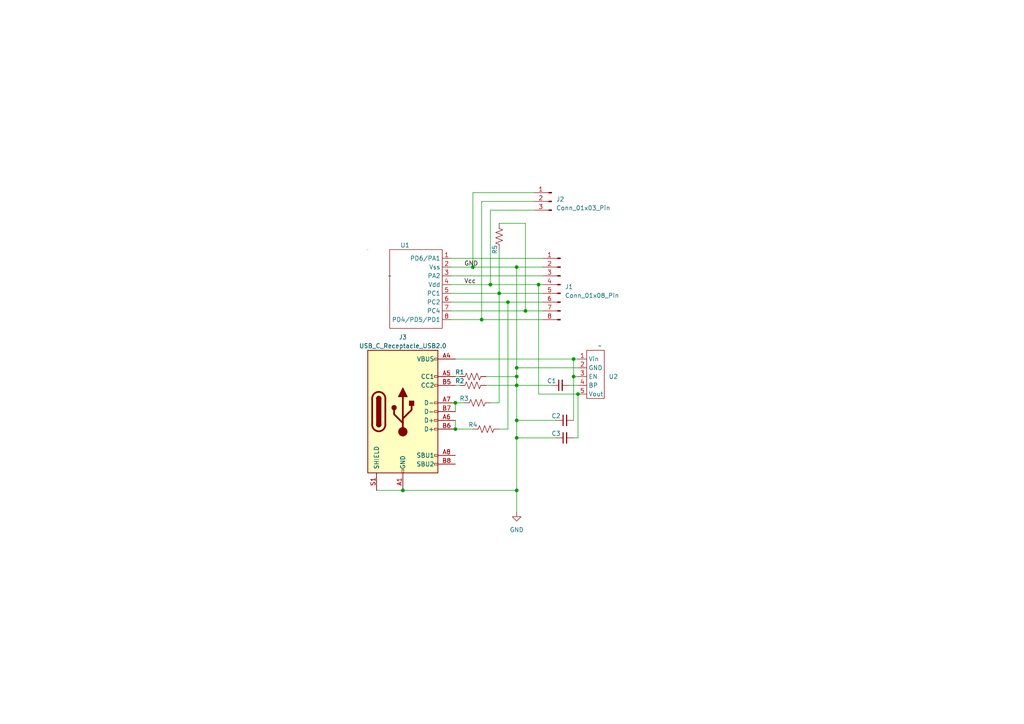
<source format=kicad_sch>
(kicad_sch
	(version 20231120)
	(generator "eeschema")
	(generator_version "8.0")
	(uuid "d897cf79-e29c-466d-a693-8e177c455c31")
	(paper "A4")
	(lib_symbols
		(symbol "Connector:Conn_01x03_Pin"
			(pin_names
				(offset 1.016) hide)
			(exclude_from_sim no)
			(in_bom yes)
			(on_board yes)
			(property "Reference" "J"
				(at 0 5.08 0)
				(effects
					(font
						(size 1.27 1.27)
					)
				)
			)
			(property "Value" "Conn_01x03_Pin"
				(at 0 -5.08 0)
				(effects
					(font
						(size 1.27 1.27)
					)
				)
			)
			(property "Footprint" ""
				(at 0 0 0)
				(effects
					(font
						(size 1.27 1.27)
					)
					(hide yes)
				)
			)
			(property "Datasheet" "~"
				(at 0 0 0)
				(effects
					(font
						(size 1.27 1.27)
					)
					(hide yes)
				)
			)
			(property "Description" "Generic connector, single row, 01x03, script generated"
				(at 0 0 0)
				(effects
					(font
						(size 1.27 1.27)
					)
					(hide yes)
				)
			)
			(property "ki_locked" ""
				(at 0 0 0)
				(effects
					(font
						(size 1.27 1.27)
					)
				)
			)
			(property "ki_keywords" "connector"
				(at 0 0 0)
				(effects
					(font
						(size 1.27 1.27)
					)
					(hide yes)
				)
			)
			(property "ki_fp_filters" "Connector*:*_1x??_*"
				(at 0 0 0)
				(effects
					(font
						(size 1.27 1.27)
					)
					(hide yes)
				)
			)
			(symbol "Conn_01x03_Pin_1_1"
				(polyline
					(pts
						(xy 1.27 -2.54) (xy 0.8636 -2.54)
					)
					(stroke
						(width 0.1524)
						(type default)
					)
					(fill
						(type none)
					)
				)
				(polyline
					(pts
						(xy 1.27 0) (xy 0.8636 0)
					)
					(stroke
						(width 0.1524)
						(type default)
					)
					(fill
						(type none)
					)
				)
				(polyline
					(pts
						(xy 1.27 2.54) (xy 0.8636 2.54)
					)
					(stroke
						(width 0.1524)
						(type default)
					)
					(fill
						(type none)
					)
				)
				(rectangle
					(start 0.8636 -2.413)
					(end 0 -2.667)
					(stroke
						(width 0.1524)
						(type default)
					)
					(fill
						(type outline)
					)
				)
				(rectangle
					(start 0.8636 0.127)
					(end 0 -0.127)
					(stroke
						(width 0.1524)
						(type default)
					)
					(fill
						(type outline)
					)
				)
				(rectangle
					(start 0.8636 2.667)
					(end 0 2.413)
					(stroke
						(width 0.1524)
						(type default)
					)
					(fill
						(type outline)
					)
				)
				(pin passive line
					(at 5.08 2.54 180)
					(length 3.81)
					(name "Pin_1"
						(effects
							(font
								(size 1.27 1.27)
							)
						)
					)
					(number "1"
						(effects
							(font
								(size 1.27 1.27)
							)
						)
					)
				)
				(pin passive line
					(at 5.08 0 180)
					(length 3.81)
					(name "Pin_2"
						(effects
							(font
								(size 1.27 1.27)
							)
						)
					)
					(number "2"
						(effects
							(font
								(size 1.27 1.27)
							)
						)
					)
				)
				(pin passive line
					(at 5.08 -2.54 180)
					(length 3.81)
					(name "Pin_3"
						(effects
							(font
								(size 1.27 1.27)
							)
						)
					)
					(number "3"
						(effects
							(font
								(size 1.27 1.27)
							)
						)
					)
				)
			)
		)
		(symbol "Connector:Conn_01x08_Pin"
			(pin_names
				(offset 1.016) hide)
			(exclude_from_sim no)
			(in_bom yes)
			(on_board yes)
			(property "Reference" "J"
				(at 0 10.16 0)
				(effects
					(font
						(size 1.27 1.27)
					)
				)
			)
			(property "Value" "Conn_01x08_Pin"
				(at 0 -12.7 0)
				(effects
					(font
						(size 1.27 1.27)
					)
				)
			)
			(property "Footprint" ""
				(at 0 0 0)
				(effects
					(font
						(size 1.27 1.27)
					)
					(hide yes)
				)
			)
			(property "Datasheet" "~"
				(at 0 0 0)
				(effects
					(font
						(size 1.27 1.27)
					)
					(hide yes)
				)
			)
			(property "Description" "Generic connector, single row, 01x08, script generated"
				(at 0 0 0)
				(effects
					(font
						(size 1.27 1.27)
					)
					(hide yes)
				)
			)
			(property "ki_locked" ""
				(at 0 0 0)
				(effects
					(font
						(size 1.27 1.27)
					)
				)
			)
			(property "ki_keywords" "connector"
				(at 0 0 0)
				(effects
					(font
						(size 1.27 1.27)
					)
					(hide yes)
				)
			)
			(property "ki_fp_filters" "Connector*:*_1x??_*"
				(at 0 0 0)
				(effects
					(font
						(size 1.27 1.27)
					)
					(hide yes)
				)
			)
			(symbol "Conn_01x08_Pin_1_1"
				(polyline
					(pts
						(xy 1.27 -10.16) (xy 0.8636 -10.16)
					)
					(stroke
						(width 0.1524)
						(type default)
					)
					(fill
						(type none)
					)
				)
				(polyline
					(pts
						(xy 1.27 -7.62) (xy 0.8636 -7.62)
					)
					(stroke
						(width 0.1524)
						(type default)
					)
					(fill
						(type none)
					)
				)
				(polyline
					(pts
						(xy 1.27 -5.08) (xy 0.8636 -5.08)
					)
					(stroke
						(width 0.1524)
						(type default)
					)
					(fill
						(type none)
					)
				)
				(polyline
					(pts
						(xy 1.27 -2.54) (xy 0.8636 -2.54)
					)
					(stroke
						(width 0.1524)
						(type default)
					)
					(fill
						(type none)
					)
				)
				(polyline
					(pts
						(xy 1.27 0) (xy 0.8636 0)
					)
					(stroke
						(width 0.1524)
						(type default)
					)
					(fill
						(type none)
					)
				)
				(polyline
					(pts
						(xy 1.27 2.54) (xy 0.8636 2.54)
					)
					(stroke
						(width 0.1524)
						(type default)
					)
					(fill
						(type none)
					)
				)
				(polyline
					(pts
						(xy 1.27 5.08) (xy 0.8636 5.08)
					)
					(stroke
						(width 0.1524)
						(type default)
					)
					(fill
						(type none)
					)
				)
				(polyline
					(pts
						(xy 1.27 7.62) (xy 0.8636 7.62)
					)
					(stroke
						(width 0.1524)
						(type default)
					)
					(fill
						(type none)
					)
				)
				(rectangle
					(start 0.8636 -10.033)
					(end 0 -10.287)
					(stroke
						(width 0.1524)
						(type default)
					)
					(fill
						(type outline)
					)
				)
				(rectangle
					(start 0.8636 -7.493)
					(end 0 -7.747)
					(stroke
						(width 0.1524)
						(type default)
					)
					(fill
						(type outline)
					)
				)
				(rectangle
					(start 0.8636 -4.953)
					(end 0 -5.207)
					(stroke
						(width 0.1524)
						(type default)
					)
					(fill
						(type outline)
					)
				)
				(rectangle
					(start 0.8636 -2.413)
					(end 0 -2.667)
					(stroke
						(width 0.1524)
						(type default)
					)
					(fill
						(type outline)
					)
				)
				(rectangle
					(start 0.8636 0.127)
					(end 0 -0.127)
					(stroke
						(width 0.1524)
						(type default)
					)
					(fill
						(type outline)
					)
				)
				(rectangle
					(start 0.8636 2.667)
					(end 0 2.413)
					(stroke
						(width 0.1524)
						(type default)
					)
					(fill
						(type outline)
					)
				)
				(rectangle
					(start 0.8636 5.207)
					(end 0 4.953)
					(stroke
						(width 0.1524)
						(type default)
					)
					(fill
						(type outline)
					)
				)
				(rectangle
					(start 0.8636 7.747)
					(end 0 7.493)
					(stroke
						(width 0.1524)
						(type default)
					)
					(fill
						(type outline)
					)
				)
				(pin passive line
					(at 5.08 7.62 180)
					(length 3.81)
					(name "Pin_1"
						(effects
							(font
								(size 1.27 1.27)
							)
						)
					)
					(number "1"
						(effects
							(font
								(size 1.27 1.27)
							)
						)
					)
				)
				(pin passive line
					(at 5.08 5.08 180)
					(length 3.81)
					(name "Pin_2"
						(effects
							(font
								(size 1.27 1.27)
							)
						)
					)
					(number "2"
						(effects
							(font
								(size 1.27 1.27)
							)
						)
					)
				)
				(pin passive line
					(at 5.08 2.54 180)
					(length 3.81)
					(name "Pin_3"
						(effects
							(font
								(size 1.27 1.27)
							)
						)
					)
					(number "3"
						(effects
							(font
								(size 1.27 1.27)
							)
						)
					)
				)
				(pin passive line
					(at 5.08 0 180)
					(length 3.81)
					(name "Pin_4"
						(effects
							(font
								(size 1.27 1.27)
							)
						)
					)
					(number "4"
						(effects
							(font
								(size 1.27 1.27)
							)
						)
					)
				)
				(pin passive line
					(at 5.08 -2.54 180)
					(length 3.81)
					(name "Pin_5"
						(effects
							(font
								(size 1.27 1.27)
							)
						)
					)
					(number "5"
						(effects
							(font
								(size 1.27 1.27)
							)
						)
					)
				)
				(pin passive line
					(at 5.08 -5.08 180)
					(length 3.81)
					(name "Pin_6"
						(effects
							(font
								(size 1.27 1.27)
							)
						)
					)
					(number "6"
						(effects
							(font
								(size 1.27 1.27)
							)
						)
					)
				)
				(pin passive line
					(at 5.08 -7.62 180)
					(length 3.81)
					(name "Pin_7"
						(effects
							(font
								(size 1.27 1.27)
							)
						)
					)
					(number "7"
						(effects
							(font
								(size 1.27 1.27)
							)
						)
					)
				)
				(pin passive line
					(at 5.08 -10.16 180)
					(length 3.81)
					(name "Pin_8"
						(effects
							(font
								(size 1.27 1.27)
							)
						)
					)
					(number "8"
						(effects
							(font
								(size 1.27 1.27)
							)
						)
					)
				)
			)
		)
		(symbol "Connector:USB_C_Receptacle_USB2.0"
			(pin_names
				(offset 1.016)
			)
			(exclude_from_sim no)
			(in_bom yes)
			(on_board yes)
			(property "Reference" "J"
				(at -10.16 19.05 0)
				(effects
					(font
						(size 1.27 1.27)
					)
					(justify left)
				)
			)
			(property "Value" "USB_C_Receptacle_USB2.0"
				(at 19.05 19.05 0)
				(effects
					(font
						(size 1.27 1.27)
					)
					(justify right)
				)
			)
			(property "Footprint" ""
				(at 3.81 0 0)
				(effects
					(font
						(size 1.27 1.27)
					)
					(hide yes)
				)
			)
			(property "Datasheet" "https://www.usb.org/sites/default/files/documents/usb_type-c.zip"
				(at 3.81 0 0)
				(effects
					(font
						(size 1.27 1.27)
					)
					(hide yes)
				)
			)
			(property "Description" "USB 2.0-only Type-C Receptacle connector"
				(at 0 0 0)
				(effects
					(font
						(size 1.27 1.27)
					)
					(hide yes)
				)
			)
			(property "ki_keywords" "usb universal serial bus type-C USB2.0"
				(at 0 0 0)
				(effects
					(font
						(size 1.27 1.27)
					)
					(hide yes)
				)
			)
			(property "ki_fp_filters" "USB*C*Receptacle*"
				(at 0 0 0)
				(effects
					(font
						(size 1.27 1.27)
					)
					(hide yes)
				)
			)
			(symbol "USB_C_Receptacle_USB2.0_0_0"
				(rectangle
					(start -0.254 -17.78)
					(end 0.254 -16.764)
					(stroke
						(width 0)
						(type default)
					)
					(fill
						(type none)
					)
				)
				(rectangle
					(start 10.16 -14.986)
					(end 9.144 -15.494)
					(stroke
						(width 0)
						(type default)
					)
					(fill
						(type none)
					)
				)
				(rectangle
					(start 10.16 -12.446)
					(end 9.144 -12.954)
					(stroke
						(width 0)
						(type default)
					)
					(fill
						(type none)
					)
				)
				(rectangle
					(start 10.16 -4.826)
					(end 9.144 -5.334)
					(stroke
						(width 0)
						(type default)
					)
					(fill
						(type none)
					)
				)
				(rectangle
					(start 10.16 -2.286)
					(end 9.144 -2.794)
					(stroke
						(width 0)
						(type default)
					)
					(fill
						(type none)
					)
				)
				(rectangle
					(start 10.16 0.254)
					(end 9.144 -0.254)
					(stroke
						(width 0)
						(type default)
					)
					(fill
						(type none)
					)
				)
				(rectangle
					(start 10.16 2.794)
					(end 9.144 2.286)
					(stroke
						(width 0)
						(type default)
					)
					(fill
						(type none)
					)
				)
				(rectangle
					(start 10.16 7.874)
					(end 9.144 7.366)
					(stroke
						(width 0)
						(type default)
					)
					(fill
						(type none)
					)
				)
				(rectangle
					(start 10.16 10.414)
					(end 9.144 9.906)
					(stroke
						(width 0)
						(type default)
					)
					(fill
						(type none)
					)
				)
				(rectangle
					(start 10.16 15.494)
					(end 9.144 14.986)
					(stroke
						(width 0)
						(type default)
					)
					(fill
						(type none)
					)
				)
			)
			(symbol "USB_C_Receptacle_USB2.0_0_1"
				(rectangle
					(start -10.16 17.78)
					(end 10.16 -17.78)
					(stroke
						(width 0.254)
						(type default)
					)
					(fill
						(type background)
					)
				)
				(arc
					(start -8.89 -3.81)
					(mid -6.985 -5.7067)
					(end -5.08 -3.81)
					(stroke
						(width 0.508)
						(type default)
					)
					(fill
						(type none)
					)
				)
				(arc
					(start -7.62 -3.81)
					(mid -6.985 -4.4423)
					(end -6.35 -3.81)
					(stroke
						(width 0.254)
						(type default)
					)
					(fill
						(type none)
					)
				)
				(arc
					(start -7.62 -3.81)
					(mid -6.985 -4.4423)
					(end -6.35 -3.81)
					(stroke
						(width 0.254)
						(type default)
					)
					(fill
						(type outline)
					)
				)
				(rectangle
					(start -7.62 -3.81)
					(end -6.35 3.81)
					(stroke
						(width 0.254)
						(type default)
					)
					(fill
						(type outline)
					)
				)
				(arc
					(start -6.35 3.81)
					(mid -6.985 4.4423)
					(end -7.62 3.81)
					(stroke
						(width 0.254)
						(type default)
					)
					(fill
						(type none)
					)
				)
				(arc
					(start -6.35 3.81)
					(mid -6.985 4.4423)
					(end -7.62 3.81)
					(stroke
						(width 0.254)
						(type default)
					)
					(fill
						(type outline)
					)
				)
				(arc
					(start -5.08 3.81)
					(mid -6.985 5.7067)
					(end -8.89 3.81)
					(stroke
						(width 0.508)
						(type default)
					)
					(fill
						(type none)
					)
				)
				(circle
					(center -2.54 1.143)
					(radius 0.635)
					(stroke
						(width 0.254)
						(type default)
					)
					(fill
						(type outline)
					)
				)
				(circle
					(center 0 -5.842)
					(radius 1.27)
					(stroke
						(width 0)
						(type default)
					)
					(fill
						(type outline)
					)
				)
				(polyline
					(pts
						(xy -8.89 -3.81) (xy -8.89 3.81)
					)
					(stroke
						(width 0.508)
						(type default)
					)
					(fill
						(type none)
					)
				)
				(polyline
					(pts
						(xy -5.08 3.81) (xy -5.08 -3.81)
					)
					(stroke
						(width 0.508)
						(type default)
					)
					(fill
						(type none)
					)
				)
				(polyline
					(pts
						(xy 0 -5.842) (xy 0 4.318)
					)
					(stroke
						(width 0.508)
						(type default)
					)
					(fill
						(type none)
					)
				)
				(polyline
					(pts
						(xy 0 -3.302) (xy -2.54 -0.762) (xy -2.54 0.508)
					)
					(stroke
						(width 0.508)
						(type default)
					)
					(fill
						(type none)
					)
				)
				(polyline
					(pts
						(xy 0 -2.032) (xy 2.54 0.508) (xy 2.54 1.778)
					)
					(stroke
						(width 0.508)
						(type default)
					)
					(fill
						(type none)
					)
				)
				(polyline
					(pts
						(xy -1.27 4.318) (xy 0 6.858) (xy 1.27 4.318) (xy -1.27 4.318)
					)
					(stroke
						(width 0.254)
						(type default)
					)
					(fill
						(type outline)
					)
				)
				(rectangle
					(start 1.905 1.778)
					(end 3.175 3.048)
					(stroke
						(width 0.254)
						(type default)
					)
					(fill
						(type outline)
					)
				)
			)
			(symbol "USB_C_Receptacle_USB2.0_1_1"
				(pin passive line
					(at 0 -22.86 90)
					(length 5.08)
					(name "GND"
						(effects
							(font
								(size 1.27 1.27)
							)
						)
					)
					(number "A1"
						(effects
							(font
								(size 1.27 1.27)
							)
						)
					)
				)
				(pin passive line
					(at 0 -22.86 90)
					(length 5.08) hide
					(name "GND"
						(effects
							(font
								(size 1.27 1.27)
							)
						)
					)
					(number "A12"
						(effects
							(font
								(size 1.27 1.27)
							)
						)
					)
				)
				(pin passive line
					(at 15.24 15.24 180)
					(length 5.08)
					(name "VBUS"
						(effects
							(font
								(size 1.27 1.27)
							)
						)
					)
					(number "A4"
						(effects
							(font
								(size 1.27 1.27)
							)
						)
					)
				)
				(pin bidirectional line
					(at 15.24 10.16 180)
					(length 5.08)
					(name "CC1"
						(effects
							(font
								(size 1.27 1.27)
							)
						)
					)
					(number "A5"
						(effects
							(font
								(size 1.27 1.27)
							)
						)
					)
				)
				(pin bidirectional line
					(at 15.24 -2.54 180)
					(length 5.08)
					(name "D+"
						(effects
							(font
								(size 1.27 1.27)
							)
						)
					)
					(number "A6"
						(effects
							(font
								(size 1.27 1.27)
							)
						)
					)
				)
				(pin bidirectional line
					(at 15.24 2.54 180)
					(length 5.08)
					(name "D-"
						(effects
							(font
								(size 1.27 1.27)
							)
						)
					)
					(number "A7"
						(effects
							(font
								(size 1.27 1.27)
							)
						)
					)
				)
				(pin bidirectional line
					(at 15.24 -12.7 180)
					(length 5.08)
					(name "SBU1"
						(effects
							(font
								(size 1.27 1.27)
							)
						)
					)
					(number "A8"
						(effects
							(font
								(size 1.27 1.27)
							)
						)
					)
				)
				(pin passive line
					(at 15.24 15.24 180)
					(length 5.08) hide
					(name "VBUS"
						(effects
							(font
								(size 1.27 1.27)
							)
						)
					)
					(number "A9"
						(effects
							(font
								(size 1.27 1.27)
							)
						)
					)
				)
				(pin passive line
					(at 0 -22.86 90)
					(length 5.08) hide
					(name "GND"
						(effects
							(font
								(size 1.27 1.27)
							)
						)
					)
					(number "B1"
						(effects
							(font
								(size 1.27 1.27)
							)
						)
					)
				)
				(pin passive line
					(at 0 -22.86 90)
					(length 5.08) hide
					(name "GND"
						(effects
							(font
								(size 1.27 1.27)
							)
						)
					)
					(number "B12"
						(effects
							(font
								(size 1.27 1.27)
							)
						)
					)
				)
				(pin passive line
					(at 15.24 15.24 180)
					(length 5.08) hide
					(name "VBUS"
						(effects
							(font
								(size 1.27 1.27)
							)
						)
					)
					(number "B4"
						(effects
							(font
								(size 1.27 1.27)
							)
						)
					)
				)
				(pin bidirectional line
					(at 15.24 7.62 180)
					(length 5.08)
					(name "CC2"
						(effects
							(font
								(size 1.27 1.27)
							)
						)
					)
					(number "B5"
						(effects
							(font
								(size 1.27 1.27)
							)
						)
					)
				)
				(pin bidirectional line
					(at 15.24 -5.08 180)
					(length 5.08)
					(name "D+"
						(effects
							(font
								(size 1.27 1.27)
							)
						)
					)
					(number "B6"
						(effects
							(font
								(size 1.27 1.27)
							)
						)
					)
				)
				(pin bidirectional line
					(at 15.24 0 180)
					(length 5.08)
					(name "D-"
						(effects
							(font
								(size 1.27 1.27)
							)
						)
					)
					(number "B7"
						(effects
							(font
								(size 1.27 1.27)
							)
						)
					)
				)
				(pin bidirectional line
					(at 15.24 -15.24 180)
					(length 5.08)
					(name "SBU2"
						(effects
							(font
								(size 1.27 1.27)
							)
						)
					)
					(number "B8"
						(effects
							(font
								(size 1.27 1.27)
							)
						)
					)
				)
				(pin passive line
					(at 15.24 15.24 180)
					(length 5.08) hide
					(name "VBUS"
						(effects
							(font
								(size 1.27 1.27)
							)
						)
					)
					(number "B9"
						(effects
							(font
								(size 1.27 1.27)
							)
						)
					)
				)
				(pin passive line
					(at -7.62 -22.86 90)
					(length 5.08)
					(name "SHIELD"
						(effects
							(font
								(size 1.27 1.27)
							)
						)
					)
					(number "S1"
						(effects
							(font
								(size 1.27 1.27)
							)
						)
					)
				)
			)
		)
		(symbol "Device:C_Small"
			(pin_numbers hide)
			(pin_names
				(offset 0.254) hide)
			(exclude_from_sim no)
			(in_bom yes)
			(on_board yes)
			(property "Reference" "C"
				(at 0.254 1.778 0)
				(effects
					(font
						(size 1.27 1.27)
					)
					(justify left)
				)
			)
			(property "Value" "C_Small"
				(at 0.254 -2.032 0)
				(effects
					(font
						(size 1.27 1.27)
					)
					(justify left)
				)
			)
			(property "Footprint" ""
				(at 0 0 0)
				(effects
					(font
						(size 1.27 1.27)
					)
					(hide yes)
				)
			)
			(property "Datasheet" "~"
				(at 0 0 0)
				(effects
					(font
						(size 1.27 1.27)
					)
					(hide yes)
				)
			)
			(property "Description" "Unpolarized capacitor, small symbol"
				(at 0 0 0)
				(effects
					(font
						(size 1.27 1.27)
					)
					(hide yes)
				)
			)
			(property "ki_keywords" "capacitor cap"
				(at 0 0 0)
				(effects
					(font
						(size 1.27 1.27)
					)
					(hide yes)
				)
			)
			(property "ki_fp_filters" "C_*"
				(at 0 0 0)
				(effects
					(font
						(size 1.27 1.27)
					)
					(hide yes)
				)
			)
			(symbol "C_Small_0_1"
				(polyline
					(pts
						(xy -1.524 -0.508) (xy 1.524 -0.508)
					)
					(stroke
						(width 0.3302)
						(type default)
					)
					(fill
						(type none)
					)
				)
				(polyline
					(pts
						(xy -1.524 0.508) (xy 1.524 0.508)
					)
					(stroke
						(width 0.3048)
						(type default)
					)
					(fill
						(type none)
					)
				)
			)
			(symbol "C_Small_1_1"
				(pin passive line
					(at 0 2.54 270)
					(length 2.032)
					(name "~"
						(effects
							(font
								(size 1.27 1.27)
							)
						)
					)
					(number "1"
						(effects
							(font
								(size 1.27 1.27)
							)
						)
					)
				)
				(pin passive line
					(at 0 -2.54 90)
					(length 2.032)
					(name "~"
						(effects
							(font
								(size 1.27 1.27)
							)
						)
					)
					(number "2"
						(effects
							(font
								(size 1.27 1.27)
							)
						)
					)
				)
			)
		)
		(symbol "Device:R_US"
			(pin_numbers hide)
			(pin_names
				(offset 0)
			)
			(exclude_from_sim no)
			(in_bom yes)
			(on_board yes)
			(property "Reference" "R"
				(at 2.54 0 90)
				(effects
					(font
						(size 1.27 1.27)
					)
				)
			)
			(property "Value" "R_US"
				(at -2.54 0 90)
				(effects
					(font
						(size 1.27 1.27)
					)
				)
			)
			(property "Footprint" ""
				(at 1.016 -0.254 90)
				(effects
					(font
						(size 1.27 1.27)
					)
					(hide yes)
				)
			)
			(property "Datasheet" "~"
				(at 0 0 0)
				(effects
					(font
						(size 1.27 1.27)
					)
					(hide yes)
				)
			)
			(property "Description" "Resistor, US symbol"
				(at 0 0 0)
				(effects
					(font
						(size 1.27 1.27)
					)
					(hide yes)
				)
			)
			(property "ki_keywords" "R res resistor"
				(at 0 0 0)
				(effects
					(font
						(size 1.27 1.27)
					)
					(hide yes)
				)
			)
			(property "ki_fp_filters" "R_*"
				(at 0 0 0)
				(effects
					(font
						(size 1.27 1.27)
					)
					(hide yes)
				)
			)
			(symbol "R_US_0_1"
				(polyline
					(pts
						(xy 0 -2.286) (xy 0 -2.54)
					)
					(stroke
						(width 0)
						(type default)
					)
					(fill
						(type none)
					)
				)
				(polyline
					(pts
						(xy 0 2.286) (xy 0 2.54)
					)
					(stroke
						(width 0)
						(type default)
					)
					(fill
						(type none)
					)
				)
				(polyline
					(pts
						(xy 0 -0.762) (xy 1.016 -1.143) (xy 0 -1.524) (xy -1.016 -1.905) (xy 0 -2.286)
					)
					(stroke
						(width 0)
						(type default)
					)
					(fill
						(type none)
					)
				)
				(polyline
					(pts
						(xy 0 0.762) (xy 1.016 0.381) (xy 0 0) (xy -1.016 -0.381) (xy 0 -0.762)
					)
					(stroke
						(width 0)
						(type default)
					)
					(fill
						(type none)
					)
				)
				(polyline
					(pts
						(xy 0 2.286) (xy 1.016 1.905) (xy 0 1.524) (xy -1.016 1.143) (xy 0 0.762)
					)
					(stroke
						(width 0)
						(type default)
					)
					(fill
						(type none)
					)
				)
			)
			(symbol "R_US_1_1"
				(pin passive line
					(at 0 3.81 270)
					(length 1.27)
					(name "~"
						(effects
							(font
								(size 1.27 1.27)
							)
						)
					)
					(number "1"
						(effects
							(font
								(size 1.27 1.27)
							)
						)
					)
				)
				(pin passive line
					(at 0 -3.81 90)
					(length 1.27)
					(name "~"
						(effects
							(font
								(size 1.27 1.27)
							)
						)
					)
					(number "2"
						(effects
							(font
								(size 1.27 1.27)
							)
						)
					)
				)
			)
		)
		(symbol "Regulator:RT9193"
			(exclude_from_sim no)
			(in_bom yes)
			(on_board yes)
			(property "Reference" "U"
				(at 0 0 0)
				(effects
					(font
						(size 1.27 1.27)
					)
				)
			)
			(property "Value" ""
				(at 0 0 0)
				(effects
					(font
						(size 1.27 1.27)
					)
				)
			)
			(property "Footprint" ""
				(at 0 0 0)
				(effects
					(font
						(size 1.27 1.27)
					)
					(hide yes)
				)
			)
			(property "Datasheet" ""
				(at 0 0 0)
				(effects
					(font
						(size 1.27 1.27)
					)
					(hide yes)
				)
			)
			(property "Description" ""
				(at 0 0 0)
				(effects
					(font
						(size 1.27 1.27)
					)
					(hide yes)
				)
			)
			(symbol "RT9193_0_1"
				(rectangle
					(start 3.81 -1.27)
					(end -1.27 -15.24)
					(stroke
						(width 0)
						(type default)
					)
					(fill
						(type none)
					)
				)
			)
			(symbol "RT9193_1_1"
				(pin power_in line
					(at 6.35 -3.81 180)
					(length 2.54)
					(name "Vin"
						(effects
							(font
								(size 1.27 1.27)
							)
						)
					)
					(number "1"
						(effects
							(font
								(size 1.27 1.27)
							)
						)
					)
				)
				(pin power_in line
					(at 6.35 -6.35 180)
					(length 2.54)
					(name "GND"
						(effects
							(font
								(size 1.27 1.27)
							)
						)
					)
					(number "2"
						(effects
							(font
								(size 1.27 1.27)
							)
						)
					)
				)
				(pin input line
					(at 6.35 -8.89 180)
					(length 2.54)
					(name "EN"
						(effects
							(font
								(size 1.27 1.27)
							)
						)
					)
					(number "3"
						(effects
							(font
								(size 1.27 1.27)
							)
						)
					)
				)
				(pin input line
					(at 6.35 -11.43 180)
					(length 2.54)
					(name "BP"
						(effects
							(font
								(size 1.27 1.27)
							)
						)
					)
					(number "4"
						(effects
							(font
								(size 1.27 1.27)
							)
						)
					)
				)
				(pin power_out line
					(at 6.35 -13.97 180)
					(length 2.54)
					(name "Vout"
						(effects
							(font
								(size 1.27 1.27)
							)
						)
					)
					(number "5"
						(effects
							(font
								(size 1.27 1.27)
							)
						)
					)
				)
			)
		)
		(symbol "WCH_Library:CH32V003J4M6"
			(exclude_from_sim no)
			(in_bom yes)
			(on_board yes)
			(property "Reference" "U"
				(at 8.89 8.89 0)
				(effects
					(font
						(size 1.27 1.27)
					)
				)
			)
			(property "Value" ""
				(at 0 0 0)
				(effects
					(font
						(size 1.27 1.27)
					)
				)
			)
			(property "Footprint" "Package_SO:SO-8_3.9x4.9mm_P1.27mm"
				(at 3.81 13.97 0)
				(effects
					(font
						(size 1.27 1.27)
					)
					(hide yes)
				)
			)
			(property "Datasheet" ""
				(at 0 0 0)
				(effects
					(font
						(size 1.27 1.27)
					)
					(hide yes)
				)
			)
			(property "Description" ""
				(at 0 0 0)
				(effects
					(font
						(size 1.27 1.27)
					)
					(hide yes)
				)
			)
			(symbol "CH32V003J4M6_0_1"
				(rectangle
					(start -6.35 7.62)
					(end -6.35 7.62)
					(stroke
						(width 0)
						(type default)
					)
					(fill
						(type none)
					)
				)
				(rectangle
					(start 0 7.62)
					(end 15.24 -15.24)
					(stroke
						(width 0)
						(type default)
					)
					(fill
						(type none)
					)
				)
			)
			(symbol "CH32V003J4M6_1_1"
				(pin bidirectional line
					(at 17.78 5.08 180)
					(length 2.54)
					(name "PD6/PA1"
						(effects
							(font
								(size 1.27 1.27)
							)
						)
					)
					(number "1"
						(effects
							(font
								(size 1.27 1.27)
							)
						)
					)
				)
				(pin power_in line
					(at 17.78 2.54 180)
					(length 2.54)
					(name "Vss"
						(effects
							(font
								(size 1.27 1.27)
							)
						)
					)
					(number "2"
						(effects
							(font
								(size 1.27 1.27)
							)
						)
					)
				)
				(pin bidirectional line
					(at 17.78 0 180)
					(length 2.54)
					(name "PA2"
						(effects
							(font
								(size 1.27 1.27)
							)
						)
					)
					(number "3"
						(effects
							(font
								(size 1.27 1.27)
							)
						)
					)
				)
				(pin power_in line
					(at 17.78 -2.54 180)
					(length 2.54)
					(name "Vdd"
						(effects
							(font
								(size 1.27 1.27)
							)
						)
					)
					(number "4"
						(effects
							(font
								(size 1.27 1.27)
							)
						)
					)
				)
				(pin bidirectional line
					(at 17.78 -5.08 180)
					(length 2.54)
					(name "PC1"
						(effects
							(font
								(size 1.27 1.27)
							)
						)
					)
					(number "5"
						(effects
							(font
								(size 1.27 1.27)
							)
						)
					)
				)
				(pin bidirectional line
					(at 17.78 -7.62 180)
					(length 2.54)
					(name "PC2"
						(effects
							(font
								(size 1.27 1.27)
							)
						)
					)
					(number "6"
						(effects
							(font
								(size 1.27 1.27)
							)
						)
					)
				)
				(pin bidirectional line
					(at 17.78 -10.16 180)
					(length 2.54)
					(name "PC4"
						(effects
							(font
								(size 1.27 1.27)
							)
						)
					)
					(number "7"
						(effects
							(font
								(size 1.27 1.27)
							)
						)
					)
				)
				(pin bidirectional line
					(at 17.78 -12.7 180)
					(length 2.54)
					(name "PD4/PD5/PD1"
						(effects
							(font
								(size 1.27 1.27)
							)
						)
					)
					(number "8"
						(effects
							(font
								(size 1.27 1.27)
							)
						)
					)
				)
			)
		)
		(symbol "power:GND"
			(power)
			(pin_names
				(offset 0)
			)
			(exclude_from_sim no)
			(in_bom yes)
			(on_board yes)
			(property "Reference" "#PWR"
				(at 0 -6.35 0)
				(effects
					(font
						(size 1.27 1.27)
					)
					(hide yes)
				)
			)
			(property "Value" "GND"
				(at 0 -3.81 0)
				(effects
					(font
						(size 1.27 1.27)
					)
				)
			)
			(property "Footprint" ""
				(at 0 0 0)
				(effects
					(font
						(size 1.27 1.27)
					)
					(hide yes)
				)
			)
			(property "Datasheet" ""
				(at 0 0 0)
				(effects
					(font
						(size 1.27 1.27)
					)
					(hide yes)
				)
			)
			(property "Description" "Power symbol creates a global label with name \"GND\" , ground"
				(at 0 0 0)
				(effects
					(font
						(size 1.27 1.27)
					)
					(hide yes)
				)
			)
			(property "ki_keywords" "global power"
				(at 0 0 0)
				(effects
					(font
						(size 1.27 1.27)
					)
					(hide yes)
				)
			)
			(symbol "GND_0_1"
				(polyline
					(pts
						(xy 0 0) (xy 0 -1.27) (xy 1.27 -1.27) (xy 0 -2.54) (xy -1.27 -1.27) (xy 0 -1.27)
					)
					(stroke
						(width 0)
						(type default)
					)
					(fill
						(type none)
					)
				)
			)
			(symbol "GND_1_1"
				(pin power_in line
					(at 0 0 270)
					(length 0) hide
					(name "GND"
						(effects
							(font
								(size 1.27 1.27)
							)
						)
					)
					(number "1"
						(effects
							(font
								(size 1.27 1.27)
							)
						)
					)
				)
			)
		)
	)
	(junction
		(at 142.24 82.55)
		(diameter 0)
		(color 0 0 0 0)
		(uuid "0ca7adaa-3455-4054-b88f-d827531a1ae7")
	)
	(junction
		(at 132.08 124.46)
		(diameter 0)
		(color 0 0 0 0)
		(uuid "139e1381-233c-4e1f-9a47-a2749126eed7")
	)
	(junction
		(at 149.86 127)
		(diameter 0)
		(color 0 0 0 0)
		(uuid "23f4c3e6-fd23-43fa-b439-171de9434bb0")
	)
	(junction
		(at 156.21 82.55)
		(diameter 0)
		(color 0 0 0 0)
		(uuid "382e292d-308b-4699-9ad9-f3cb09524a8d")
	)
	(junction
		(at 132.08 116.84)
		(diameter 0)
		(color 0 0 0 0)
		(uuid "4d96e3b7-7358-4ddd-aa72-77ab92e94d5e")
	)
	(junction
		(at 166.37 104.14)
		(diameter 0)
		(color 0 0 0 0)
		(uuid "5932babf-cb6f-42ad-be9c-7446d0051b25")
	)
	(junction
		(at 166.37 109.22)
		(diameter 0)
		(color 0 0 0 0)
		(uuid "76218caf-887c-401c-ab21-5a05104b78d6")
	)
	(junction
		(at 149.86 106.68)
		(diameter 0)
		(color 0 0 0 0)
		(uuid "7c832ca8-be84-45bf-9dd0-8a1f6419310c")
	)
	(junction
		(at 116.84 142.24)
		(diameter 0)
		(color 0 0 0 0)
		(uuid "7d0e3280-35e5-48ac-8a74-5bc2bfb30e71")
	)
	(junction
		(at 144.78 85.09)
		(diameter 0)
		(color 0 0 0 0)
		(uuid "828329c3-8b0f-492d-a186-9bbec4fd83f9")
	)
	(junction
		(at 149.86 77.47)
		(diameter 0)
		(color 0 0 0 0)
		(uuid "841c00b0-1bbd-45c5-8617-ed08393b4e92")
	)
	(junction
		(at 167.64 114.3)
		(diameter 0)
		(color 0 0 0 0)
		(uuid "8656cdf6-7972-4cce-9bd5-506f0b165f43")
	)
	(junction
		(at 139.7 92.71)
		(diameter 0)
		(color 0 0 0 0)
		(uuid "9591b7ed-8a59-4c10-a791-67bc9cfbe7c9")
	)
	(junction
		(at 149.86 121.92)
		(diameter 0)
		(color 0 0 0 0)
		(uuid "9bea8fd8-09e3-404b-9f4b-5044067cd902")
	)
	(junction
		(at 149.86 111.76)
		(diameter 0)
		(color 0 0 0 0)
		(uuid "9df47ede-c20c-47f3-84a8-92bb6bbdaf62")
	)
	(junction
		(at 137.16 77.47)
		(diameter 0)
		(color 0 0 0 0)
		(uuid "ac050f0a-8414-426b-b13e-c63042ea494a")
	)
	(junction
		(at 152.4 90.17)
		(diameter 0)
		(color 0 0 0 0)
		(uuid "b6978960-65e0-47b0-ba4d-0c317fc6d452")
	)
	(junction
		(at 147.32 87.63)
		(diameter 0)
		(color 0 0 0 0)
		(uuid "c2f218aa-46a3-47f0-9cc2-35e45e823bf3")
	)
	(junction
		(at 149.86 142.24)
		(diameter 0)
		(color 0 0 0 0)
		(uuid "d6520381-7cfa-4e5c-bec5-46cb552a8168")
	)
	(junction
		(at 149.86 109.22)
		(diameter 0)
		(color 0 0 0 0)
		(uuid "fb51aabf-3a16-4ea6-a08e-fe6d2aeeb183")
	)
	(wire
		(pts
			(xy 140.97 111.76) (xy 149.86 111.76)
		)
		(stroke
			(width 0)
			(type default)
		)
		(uuid "07c0f1a9-c668-4ae2-b9e3-68ee4f69d56a")
	)
	(wire
		(pts
			(xy 167.64 109.22) (xy 166.37 109.22)
		)
		(stroke
			(width 0)
			(type default)
		)
		(uuid "0efdcc0f-ff51-4280-ae6c-bb1c0741c9b2")
	)
	(wire
		(pts
			(xy 149.86 111.76) (xy 149.86 121.92)
		)
		(stroke
			(width 0)
			(type default)
		)
		(uuid "10e1f007-630a-4fe4-81ee-6c991f0f2274")
	)
	(wire
		(pts
			(xy 154.94 55.88) (xy 137.16 55.88)
		)
		(stroke
			(width 0)
			(type default)
		)
		(uuid "28c6ee27-5a78-4678-99cf-636cc32f1eaf")
	)
	(wire
		(pts
			(xy 152.4 64.77) (xy 152.4 90.17)
		)
		(stroke
			(width 0)
			(type default)
		)
		(uuid "2d1e70bf-ce49-4408-b633-ee2ecd3a73ce")
	)
	(wire
		(pts
			(xy 144.78 64.77) (xy 152.4 64.77)
		)
		(stroke
			(width 0)
			(type default)
		)
		(uuid "2d3317e9-380f-4ed9-8bc7-de9c0dd7243d")
	)
	(wire
		(pts
			(xy 130.81 74.93) (xy 157.48 74.93)
		)
		(stroke
			(width 0)
			(type default)
		)
		(uuid "34d42209-38ab-41c2-b237-5cc3cc4cb9e2")
	)
	(wire
		(pts
			(xy 132.08 116.84) (xy 134.62 116.84)
		)
		(stroke
			(width 0)
			(type default)
		)
		(uuid "39936eaa-c7f9-4fe0-b59d-28fa4a2f2a9c")
	)
	(wire
		(pts
			(xy 156.21 82.55) (xy 156.21 114.3)
		)
		(stroke
			(width 0)
			(type default)
		)
		(uuid "3d8e95cc-0b2f-47e2-9dc8-534a6084476b")
	)
	(wire
		(pts
			(xy 149.86 142.24) (xy 149.86 148.59)
		)
		(stroke
			(width 0)
			(type default)
		)
		(uuid "417e2845-8d42-4d28-af0d-52bd9f23f0ec")
	)
	(wire
		(pts
			(xy 165.1 111.76) (xy 167.64 111.76)
		)
		(stroke
			(width 0)
			(type default)
		)
		(uuid "43fb881b-fbc0-4f1b-beb9-e4d213cf0fb4")
	)
	(wire
		(pts
			(xy 149.86 111.76) (xy 160.02 111.76)
		)
		(stroke
			(width 0)
			(type default)
		)
		(uuid "4546a46b-8e63-46d2-8956-c4c174f70855")
	)
	(wire
		(pts
			(xy 147.32 124.46) (xy 147.32 87.63)
		)
		(stroke
			(width 0)
			(type default)
		)
		(uuid "48901046-6aab-4865-bffc-9f284f3d8fc6")
	)
	(wire
		(pts
			(xy 130.81 80.01) (xy 157.48 80.01)
		)
		(stroke
			(width 0)
			(type default)
		)
		(uuid "497a8c5e-fa69-4af8-9f35-304ce9f592b3")
	)
	(wire
		(pts
			(xy 139.7 92.71) (xy 157.48 92.71)
		)
		(stroke
			(width 0)
			(type default)
		)
		(uuid "4b369d57-af80-4902-af22-78758c1d16bd")
	)
	(wire
		(pts
			(xy 130.81 77.47) (xy 137.16 77.47)
		)
		(stroke
			(width 0)
			(type default)
		)
		(uuid "4bfc23ba-e623-493b-84cb-0b9ceb4e3d7e")
	)
	(wire
		(pts
			(xy 132.08 121.92) (xy 132.08 124.46)
		)
		(stroke
			(width 0)
			(type default)
		)
		(uuid "4e734f57-88fd-4872-a7c2-c4d477f49c85")
	)
	(wire
		(pts
			(xy 140.97 109.22) (xy 149.86 109.22)
		)
		(stroke
			(width 0)
			(type default)
		)
		(uuid "525c9364-c67a-4d90-874b-6b5abb6e1e60")
	)
	(wire
		(pts
			(xy 142.24 82.55) (xy 142.24 60.96)
		)
		(stroke
			(width 0)
			(type default)
		)
		(uuid "60d23b30-c7d8-466a-a4c0-79be83792cba")
	)
	(wire
		(pts
			(xy 130.81 85.09) (xy 144.78 85.09)
		)
		(stroke
			(width 0)
			(type default)
		)
		(uuid "69cbf68b-f0db-497f-9f69-2e2ca42a1574")
	)
	(wire
		(pts
			(xy 144.78 116.84) (xy 144.78 85.09)
		)
		(stroke
			(width 0)
			(type default)
		)
		(uuid "7444afef-b014-4789-a903-b68bda99b04f")
	)
	(wire
		(pts
			(xy 144.78 72.39) (xy 144.78 85.09)
		)
		(stroke
			(width 0)
			(type default)
		)
		(uuid "79fac3b3-9bfb-432d-bb3c-64028672b408")
	)
	(wire
		(pts
			(xy 142.24 60.96) (xy 154.94 60.96)
		)
		(stroke
			(width 0)
			(type default)
		)
		(uuid "7a219ef6-d771-45ba-bc70-92100e5e20ff")
	)
	(wire
		(pts
			(xy 130.81 92.71) (xy 139.7 92.71)
		)
		(stroke
			(width 0)
			(type default)
		)
		(uuid "7ca26396-ca53-45b4-9f79-5b6ca721f5bb")
	)
	(wire
		(pts
			(xy 116.84 142.24) (xy 149.86 142.24)
		)
		(stroke
			(width 0)
			(type default)
		)
		(uuid "7da8d220-f99f-41a3-895a-1175b6bbfef9")
	)
	(wire
		(pts
			(xy 132.08 109.22) (xy 133.35 109.22)
		)
		(stroke
			(width 0)
			(type default)
		)
		(uuid "8060c1d5-89cb-4ae2-84df-ccd9f7b3a2e1")
	)
	(wire
		(pts
			(xy 166.37 109.22) (xy 166.37 121.92)
		)
		(stroke
			(width 0)
			(type default)
		)
		(uuid "837a2e42-7678-47b9-ad28-bb18b4c236f9")
	)
	(wire
		(pts
			(xy 149.86 77.47) (xy 149.86 106.68)
		)
		(stroke
			(width 0)
			(type default)
		)
		(uuid "858e40ac-ec96-44a4-b785-c612b1478ba2")
	)
	(wire
		(pts
			(xy 130.81 87.63) (xy 147.32 87.63)
		)
		(stroke
			(width 0)
			(type default)
		)
		(uuid "8d609e14-973c-4816-bf43-c9c817af4474")
	)
	(wire
		(pts
			(xy 142.24 116.84) (xy 144.78 116.84)
		)
		(stroke
			(width 0)
			(type default)
		)
		(uuid "907125e0-cad9-4b1d-96af-a6c700b8a665")
	)
	(wire
		(pts
			(xy 132.08 124.46) (xy 137.16 124.46)
		)
		(stroke
			(width 0)
			(type default)
		)
		(uuid "92d37cb6-bc3d-4d4c-a825-fd29b56afd83")
	)
	(wire
		(pts
			(xy 130.81 90.17) (xy 152.4 90.17)
		)
		(stroke
			(width 0)
			(type default)
		)
		(uuid "9e771337-0921-4a79-bb45-194a365304d3")
	)
	(wire
		(pts
			(xy 167.64 127) (xy 166.37 127)
		)
		(stroke
			(width 0)
			(type default)
		)
		(uuid "a5da8fe8-374d-4354-acac-6bef62a4142c")
	)
	(wire
		(pts
			(xy 144.78 85.09) (xy 157.48 85.09)
		)
		(stroke
			(width 0)
			(type default)
		)
		(uuid "ae5c9ae3-a9d8-4e1f-be8a-5221c6ff1eb5")
	)
	(wire
		(pts
			(xy 149.86 121.92) (xy 161.29 121.92)
		)
		(stroke
			(width 0)
			(type default)
		)
		(uuid "ba1ce757-817c-4971-8726-d1353df0ead3")
	)
	(wire
		(pts
			(xy 144.78 124.46) (xy 147.32 124.46)
		)
		(stroke
			(width 0)
			(type default)
		)
		(uuid "ba4de360-524e-478e-9f8a-ae4bbee072d9")
	)
	(wire
		(pts
			(xy 149.86 127) (xy 161.29 127)
		)
		(stroke
			(width 0)
			(type default)
		)
		(uuid "bbe44c8f-7089-4dd5-9e0b-b9709369aa66")
	)
	(wire
		(pts
			(xy 132.08 104.14) (xy 166.37 104.14)
		)
		(stroke
			(width 0)
			(type default)
		)
		(uuid "be6ce9aa-eaf9-4c6a-885b-fc6422d4148c")
	)
	(wire
		(pts
			(xy 149.86 127) (xy 149.86 142.24)
		)
		(stroke
			(width 0)
			(type default)
		)
		(uuid "becf4a92-6068-451c-9868-dc6bf17d5458")
	)
	(wire
		(pts
			(xy 139.7 58.42) (xy 139.7 92.71)
		)
		(stroke
			(width 0)
			(type default)
		)
		(uuid "c64c29ad-6d2f-46b5-b1ea-06ee5ebb6290")
	)
	(wire
		(pts
			(xy 167.64 114.3) (xy 156.21 114.3)
		)
		(stroke
			(width 0)
			(type default)
		)
		(uuid "cab3f469-571b-487a-a5fa-7b71743271af")
	)
	(wire
		(pts
			(xy 149.86 109.22) (xy 149.86 106.68)
		)
		(stroke
			(width 0)
			(type default)
		)
		(uuid "ceff390e-5bfa-49ee-849b-cf49438f46a9")
	)
	(wire
		(pts
			(xy 152.4 90.17) (xy 157.48 90.17)
		)
		(stroke
			(width 0)
			(type default)
		)
		(uuid "d24a2b91-5315-4002-841c-f92f2fc996fc")
	)
	(wire
		(pts
			(xy 137.16 77.47) (xy 149.86 77.47)
		)
		(stroke
			(width 0)
			(type default)
		)
		(uuid "d41541a1-4075-4c27-a5d6-3be4da7f7bd0")
	)
	(wire
		(pts
			(xy 149.86 109.22) (xy 149.86 111.76)
		)
		(stroke
			(width 0)
			(type default)
		)
		(uuid "d43a4212-139c-44ba-b97d-420cddf876dc")
	)
	(wire
		(pts
			(xy 109.22 142.24) (xy 116.84 142.24)
		)
		(stroke
			(width 0)
			(type default)
		)
		(uuid "d9479d1b-1698-4c20-9253-f779d4cce62a")
	)
	(wire
		(pts
			(xy 142.24 82.55) (xy 156.21 82.55)
		)
		(stroke
			(width 0)
			(type default)
		)
		(uuid "e197b30b-5fbb-465f-a14d-780d4d6103a9")
	)
	(wire
		(pts
			(xy 167.64 114.3) (xy 167.64 127)
		)
		(stroke
			(width 0)
			(type default)
		)
		(uuid "e39eeed9-5f11-460a-9c2d-ff27a975da10")
	)
	(wire
		(pts
			(xy 154.94 58.42) (xy 139.7 58.42)
		)
		(stroke
			(width 0)
			(type default)
		)
		(uuid "e8091c25-6970-490b-89b8-cf2b4e0efc2f")
	)
	(wire
		(pts
			(xy 132.08 111.76) (xy 133.35 111.76)
		)
		(stroke
			(width 0)
			(type default)
		)
		(uuid "f1e91e6f-c57b-4761-93dc-07478f6df656")
	)
	(wire
		(pts
			(xy 149.86 77.47) (xy 157.48 77.47)
		)
		(stroke
			(width 0)
			(type default)
		)
		(uuid "f424fd55-075f-494f-973a-f43a811804ef")
	)
	(wire
		(pts
			(xy 149.86 106.68) (xy 167.64 106.68)
		)
		(stroke
			(width 0)
			(type default)
		)
		(uuid "f6d9bf04-8086-44bb-9723-f7066bb4c1e0")
	)
	(wire
		(pts
			(xy 166.37 109.22) (xy 166.37 104.14)
		)
		(stroke
			(width 0)
			(type default)
		)
		(uuid "f87fed64-6125-460c-b15a-8960940acaf2")
	)
	(wire
		(pts
			(xy 137.16 55.88) (xy 137.16 77.47)
		)
		(stroke
			(width 0)
			(type default)
		)
		(uuid "f8bd6aab-537d-41f2-aedc-812eac49c97c")
	)
	(wire
		(pts
			(xy 130.81 82.55) (xy 142.24 82.55)
		)
		(stroke
			(width 0)
			(type default)
		)
		(uuid "f944f806-8331-4714-937d-cdc814314ca0")
	)
	(wire
		(pts
			(xy 147.32 87.63) (xy 157.48 87.63)
		)
		(stroke
			(width 0)
			(type default)
		)
		(uuid "fc5d4f64-d41f-4697-8f34-1a253e0a8332")
	)
	(wire
		(pts
			(xy 156.21 82.55) (xy 157.48 82.55)
		)
		(stroke
			(width 0)
			(type default)
		)
		(uuid "fca3084b-bc0a-4d7d-a82d-73a00c1c71d5")
	)
	(wire
		(pts
			(xy 166.37 104.14) (xy 167.64 104.14)
		)
		(stroke
			(width 0)
			(type default)
		)
		(uuid "fcbdb318-5548-4056-8d22-3f326fddf6d1")
	)
	(wire
		(pts
			(xy 149.86 121.92) (xy 149.86 127)
		)
		(stroke
			(width 0)
			(type default)
		)
		(uuid "fe0fe97b-4e39-42c2-97e6-80e5a5d318ea")
	)
	(wire
		(pts
			(xy 132.08 116.84) (xy 132.08 119.38)
		)
		(stroke
			(width 0)
			(type default)
		)
		(uuid "fffff9df-0aff-4df2-9d34-5741c67f8d51")
	)
	(label "Vcc"
		(at 134.62 82.55 0)
		(fields_autoplaced yes)
		(effects
			(font
				(size 1.27 1.27)
			)
			(justify left bottom)
		)
		(uuid "a177aa1e-594a-43ff-9819-e393240dcd2f")
	)
	(label "GND"
		(at 134.62 77.47 0)
		(fields_autoplaced yes)
		(effects
			(font
				(size 1.27 1.27)
			)
			(justify left bottom)
		)
		(uuid "d5fb7620-9b47-4cbc-b88b-94be35f2d385")
	)
	(symbol
		(lib_id "Device:C_Small")
		(at 163.83 121.92 90)
		(unit 1)
		(exclude_from_sim no)
		(in_bom yes)
		(on_board yes)
		(dnp no)
		(uuid "09d640e0-8b39-42fc-a866-cbbde3b0d642")
		(property "Reference" "C2"
			(at 161.29 120.65 90)
			(effects
				(font
					(size 1.27 1.27)
				)
			)
		)
		(property "Value" "C_Small"
			(at 163.8363 119.38 90)
			(effects
				(font
					(size 1.27 1.27)
				)
				(hide yes)
			)
		)
		(property "Footprint" "Capacitor_SMD:C_0603_1608Metric"
			(at 163.83 121.92 0)
			(effects
				(font
					(size 1.27 1.27)
				)
				(hide yes)
			)
		)
		(property "Datasheet" "~"
			(at 163.83 121.92 0)
			(effects
				(font
					(size 1.27 1.27)
				)
				(hide yes)
			)
		)
		(property "Description" ""
			(at 163.83 121.92 0)
			(effects
				(font
					(size 1.27 1.27)
				)
				(hide yes)
			)
		)
		(pin "1"
			(uuid "082c7c36-02aa-4d6c-9f80-31142c1b1e0a")
		)
		(pin "2"
			(uuid "d808cd87-05dc-4bfa-b6e3-86efd777133d")
		)
		(instances
			(project "CH32V003_8pin_USBC"
				(path "/d897cf79-e29c-466d-a693-8e177c455c31"
					(reference "C2")
					(unit 1)
				)
			)
		)
	)
	(symbol
		(lib_id "power:GND")
		(at 149.86 148.59 0)
		(unit 1)
		(exclude_from_sim no)
		(in_bom yes)
		(on_board yes)
		(dnp no)
		(fields_autoplaced yes)
		(uuid "1b3cf078-5887-44ff-a6d9-c58fd67e2ac1")
		(property "Reference" "#PWR01"
			(at 149.86 154.94 0)
			(effects
				(font
					(size 1.27 1.27)
				)
				(hide yes)
			)
		)
		(property "Value" "GND"
			(at 149.86 153.67 0)
			(effects
				(font
					(size 1.27 1.27)
				)
			)
		)
		(property "Footprint" ""
			(at 149.86 148.59 0)
			(effects
				(font
					(size 1.27 1.27)
				)
				(hide yes)
			)
		)
		(property "Datasheet" ""
			(at 149.86 148.59 0)
			(effects
				(font
					(size 1.27 1.27)
				)
				(hide yes)
			)
		)
		(property "Description" ""
			(at 149.86 148.59 0)
			(effects
				(font
					(size 1.27 1.27)
				)
				(hide yes)
			)
		)
		(pin "1"
			(uuid "eb2fd50d-6079-4821-9fba-758bada2e53e")
		)
		(instances
			(project "CH32V003_8pin_USBC"
				(path "/d897cf79-e29c-466d-a693-8e177c455c31"
					(reference "#PWR01")
					(unit 1)
				)
			)
		)
	)
	(symbol
		(lib_id "Device:R_US")
		(at 140.97 124.46 90)
		(unit 1)
		(exclude_from_sim no)
		(in_bom yes)
		(on_board yes)
		(dnp no)
		(uuid "25db8bda-2a7e-4ae7-9b62-48ee966169e3")
		(property "Reference" "R4"
			(at 137.16 123.19 90)
			(effects
				(font
					(size 1.27 1.27)
				)
			)
		)
		(property "Value" "R_US"
			(at 140.97 121.92 90)
			(effects
				(font
					(size 1.27 1.27)
				)
				(hide yes)
			)
		)
		(property "Footprint" "Resistor_SMD:R_0603_1608Metric"
			(at 141.224 123.444 90)
			(effects
				(font
					(size 1.27 1.27)
				)
				(hide yes)
			)
		)
		(property "Datasheet" "~"
			(at 140.97 124.46 0)
			(effects
				(font
					(size 1.27 1.27)
				)
				(hide yes)
			)
		)
		(property "Description" ""
			(at 140.97 124.46 0)
			(effects
				(font
					(size 1.27 1.27)
				)
				(hide yes)
			)
		)
		(pin "1"
			(uuid "699e83d3-415c-4134-97d0-37ceaf4f6bc6")
		)
		(pin "2"
			(uuid "99e5d489-b9b5-4417-b20f-4316eb66a862")
		)
		(instances
			(project "CH32V003_8pin_USBC"
				(path "/d897cf79-e29c-466d-a693-8e177c455c31"
					(reference "R4")
					(unit 1)
				)
			)
		)
	)
	(symbol
		(lib_id "Device:R_US")
		(at 137.16 111.76 90)
		(unit 1)
		(exclude_from_sim no)
		(in_bom yes)
		(on_board yes)
		(dnp no)
		(uuid "42435513-e958-4dcd-9ea4-61e4a42b5f46")
		(property "Reference" "R2"
			(at 133.35 110.49 90)
			(effects
				(font
					(size 1.27 1.27)
				)
			)
		)
		(property "Value" "R_US"
			(at 137.16 109.22 90)
			(effects
				(font
					(size 1.27 1.27)
				)
				(hide yes)
			)
		)
		(property "Footprint" "Resistor_SMD:R_0603_1608Metric"
			(at 137.414 110.744 90)
			(effects
				(font
					(size 1.27 1.27)
				)
				(hide yes)
			)
		)
		(property "Datasheet" "~"
			(at 137.16 111.76 0)
			(effects
				(font
					(size 1.27 1.27)
				)
				(hide yes)
			)
		)
		(property "Description" ""
			(at 137.16 111.76 0)
			(effects
				(font
					(size 1.27 1.27)
				)
				(hide yes)
			)
		)
		(pin "1"
			(uuid "8cd15c91-91e5-4c09-a5cd-17b71794f31c")
		)
		(pin "2"
			(uuid "7a525e6e-0b4c-4c3b-9a49-15c9b734c1a9")
		)
		(instances
			(project "CH32V003_8pin_USBC"
				(path "/d897cf79-e29c-466d-a693-8e177c455c31"
					(reference "R2")
					(unit 1)
				)
			)
		)
	)
	(symbol
		(lib_id "WCH_Library:CH32V003J4M6")
		(at 113.03 80.01 0)
		(unit 1)
		(exclude_from_sim no)
		(in_bom yes)
		(on_board yes)
		(dnp no)
		(fields_autoplaced yes)
		(uuid "42fb8ed0-98e5-485b-8559-962ef9df551d")
		(property "Reference" "U1"
			(at 117.475 71.12 0)
			(effects
				(font
					(size 1.27 1.27)
				)
			)
		)
		(property "Value" "~"
			(at 113.03 80.01 0)
			(effects
				(font
					(size 1.27 1.27)
				)
			)
		)
		(property "Footprint" "Package_SO:SO-8_3.9x4.9mm_P1.27mm"
			(at 116.84 66.04 0)
			(effects
				(font
					(size 1.27 1.27)
				)
				(hide yes)
			)
		)
		(property "Datasheet" ""
			(at 113.03 80.01 0)
			(effects
				(font
					(size 1.27 1.27)
				)
				(hide yes)
			)
		)
		(property "Description" ""
			(at 113.03 80.01 0)
			(effects
				(font
					(size 1.27 1.27)
				)
				(hide yes)
			)
		)
		(pin "1"
			(uuid "00949e06-04b4-490a-aba5-f70aeae190db")
		)
		(pin "2"
			(uuid "5e55317b-229a-43a1-bdb5-0e556ec5e5b7")
		)
		(pin "3"
			(uuid "4334750f-9f96-4aa3-b214-a33b8fa6b9d1")
		)
		(pin "4"
			(uuid "58fb0f2e-586b-4385-9bde-dbae5af4114c")
		)
		(pin "5"
			(uuid "8c86d0a4-8b27-48f6-8853-455dcec36f68")
		)
		(pin "6"
			(uuid "ec695eb8-09ed-4b17-bace-aa19b160eeb6")
		)
		(pin "7"
			(uuid "57db1145-7d5b-4f40-bb5b-d78fcfc7cca3")
		)
		(pin "8"
			(uuid "695dc9ca-c0ab-40f9-ad9d-a2f79a291c37")
		)
		(instances
			(project "CH32V003_8pin_USBC"
				(path "/d897cf79-e29c-466d-a693-8e177c455c31"
					(reference "U1")
					(unit 1)
				)
			)
		)
	)
	(symbol
		(lib_id "Device:C_Small")
		(at 163.83 127 90)
		(unit 1)
		(exclude_from_sim no)
		(in_bom yes)
		(on_board yes)
		(dnp no)
		(uuid "7d0e7cfd-3e53-44fe-aa06-5e57ef1c6824")
		(property "Reference" "C3"
			(at 161.29 125.73 90)
			(effects
				(font
					(size 1.27 1.27)
				)
			)
		)
		(property "Value" "C_Small"
			(at 163.8363 124.46 90)
			(effects
				(font
					(size 1.27 1.27)
				)
				(hide yes)
			)
		)
		(property "Footprint" "Capacitor_SMD:C_0603_1608Metric"
			(at 163.83 127 0)
			(effects
				(font
					(size 1.27 1.27)
				)
				(hide yes)
			)
		)
		(property "Datasheet" "~"
			(at 163.83 127 0)
			(effects
				(font
					(size 1.27 1.27)
				)
				(hide yes)
			)
		)
		(property "Description" ""
			(at 163.83 127 0)
			(effects
				(font
					(size 1.27 1.27)
				)
				(hide yes)
			)
		)
		(pin "1"
			(uuid "10c2b6d3-3955-4e36-af2c-47f8d42d34e2")
		)
		(pin "2"
			(uuid "01c15289-022f-4f74-b3dd-fa70c0076c6a")
		)
		(instances
			(project "CH32V003_8pin_USBC"
				(path "/d897cf79-e29c-466d-a693-8e177c455c31"
					(reference "C3")
					(unit 1)
				)
			)
		)
	)
	(symbol
		(lib_id "Device:R_US")
		(at 138.43 116.84 90)
		(unit 1)
		(exclude_from_sim no)
		(in_bom yes)
		(on_board yes)
		(dnp no)
		(uuid "99ec34b6-6201-48d6-93cf-90967c8232db")
		(property "Reference" "R3"
			(at 134.62 115.57 90)
			(effects
				(font
					(size 1.27 1.27)
				)
			)
		)
		(property "Value" "R_US"
			(at 138.43 114.3 90)
			(effects
				(font
					(size 1.27 1.27)
				)
				(hide yes)
			)
		)
		(property "Footprint" "Resistor_SMD:R_0603_1608Metric"
			(at 138.684 115.824 90)
			(effects
				(font
					(size 1.27 1.27)
				)
				(hide yes)
			)
		)
		(property "Datasheet" "~"
			(at 138.43 116.84 0)
			(effects
				(font
					(size 1.27 1.27)
				)
				(hide yes)
			)
		)
		(property "Description" ""
			(at 138.43 116.84 0)
			(effects
				(font
					(size 1.27 1.27)
				)
				(hide yes)
			)
		)
		(pin "1"
			(uuid "e0f5fb6a-fd57-4301-860d-30d75cd9290a")
		)
		(pin "2"
			(uuid "d1517804-b12b-4e29-8ac8-42be539e729e")
		)
		(instances
			(project "CH32V003_8pin_USBC"
				(path "/d897cf79-e29c-466d-a693-8e177c455c31"
					(reference "R3")
					(unit 1)
				)
			)
		)
	)
	(symbol
		(lib_id "Device:C_Small")
		(at 162.56 111.76 90)
		(unit 1)
		(exclude_from_sim no)
		(in_bom yes)
		(on_board yes)
		(dnp no)
		(uuid "9baf2bc8-9505-4cb3-bfed-0c77b0424c43")
		(property "Reference" "C1"
			(at 160.02 110.49 90)
			(effects
				(font
					(size 1.27 1.27)
				)
			)
		)
		(property "Value" "C_Small"
			(at 162.5663 109.22 90)
			(effects
				(font
					(size 1.27 1.27)
				)
				(hide yes)
			)
		)
		(property "Footprint" "Capacitor_SMD:C_0603_1608Metric"
			(at 162.56 111.76 0)
			(effects
				(font
					(size 1.27 1.27)
				)
				(hide yes)
			)
		)
		(property "Datasheet" "~"
			(at 162.56 111.76 0)
			(effects
				(font
					(size 1.27 1.27)
				)
				(hide yes)
			)
		)
		(property "Description" ""
			(at 162.56 111.76 0)
			(effects
				(font
					(size 1.27 1.27)
				)
				(hide yes)
			)
		)
		(pin "1"
			(uuid "e584391d-2507-4e43-a4ad-5d33d7ecb972")
		)
		(pin "2"
			(uuid "2b8a8bfe-a2b7-4b9b-8859-72ce1004ab92")
		)
		(instances
			(project "CH32V003_8pin_USBC"
				(path "/d897cf79-e29c-466d-a693-8e177c455c31"
					(reference "C1")
					(unit 1)
				)
			)
		)
	)
	(symbol
		(lib_id "Regulator:RT9193")
		(at 173.99 100.33 0)
		(mirror y)
		(unit 1)
		(exclude_from_sim no)
		(in_bom yes)
		(on_board yes)
		(dnp no)
		(fields_autoplaced yes)
		(uuid "b88b558c-7084-44c4-8fc5-bc3da06e41bc")
		(property "Reference" "U2"
			(at 176.53 109.22 0)
			(effects
				(font
					(size 1.27 1.27)
				)
				(justify right)
			)
		)
		(property "Value" "~"
			(at 173.99 100.33 0)
			(effects
				(font
					(size 1.27 1.27)
				)
			)
		)
		(property "Footprint" "Package_TO_SOT_SMD:SOT-23-5"
			(at 173.99 100.33 0)
			(effects
				(font
					(size 1.27 1.27)
				)
				(hide yes)
			)
		)
		(property "Datasheet" ""
			(at 173.99 100.33 0)
			(effects
				(font
					(size 1.27 1.27)
				)
				(hide yes)
			)
		)
		(property "Description" ""
			(at 173.99 100.33 0)
			(effects
				(font
					(size 1.27 1.27)
				)
				(hide yes)
			)
		)
		(pin "1"
			(uuid "9c70d59c-e7c3-4c3f-b5c7-1abddbfe0f23")
		)
		(pin "2"
			(uuid "88e3246d-9615-4efe-8412-df6979d02477")
		)
		(pin "3"
			(uuid "9d12d032-24a2-4add-97dd-fc1055cbcc40")
		)
		(pin "4"
			(uuid "7e441512-210e-4929-b195-6cccb4f87b95")
		)
		(pin "5"
			(uuid "55c0de61-5425-41b8-9dcf-4a2cd8f01cdd")
		)
		(instances
			(project "CH32V003_8pin_USBC"
				(path "/d897cf79-e29c-466d-a693-8e177c455c31"
					(reference "U2")
					(unit 1)
				)
			)
		)
	)
	(symbol
		(lib_id "Connector:Conn_01x03_Pin")
		(at 160.02 58.42 0)
		(mirror y)
		(unit 1)
		(exclude_from_sim no)
		(in_bom yes)
		(on_board yes)
		(dnp no)
		(fields_autoplaced yes)
		(uuid "c4ae9d75-c62d-44ad-83d6-ad126cb7fa4e")
		(property "Reference" "J2"
			(at 161.29 57.785 0)
			(effects
				(font
					(size 1.27 1.27)
				)
				(justify right)
			)
		)
		(property "Value" "Conn_01x03_Pin"
			(at 161.29 60.325 0)
			(effects
				(font
					(size 1.27 1.27)
				)
				(justify right)
			)
		)
		(property "Footprint" "Connector_PinHeader_2.54mm:PinHeader_1x03_P2.54mm_Vertical"
			(at 160.02 58.42 0)
			(effects
				(font
					(size 1.27 1.27)
				)
				(hide yes)
			)
		)
		(property "Datasheet" "~"
			(at 160.02 58.42 0)
			(effects
				(font
					(size 1.27 1.27)
				)
				(hide yes)
			)
		)
		(property "Description" ""
			(at 160.02 58.42 0)
			(effects
				(font
					(size 1.27 1.27)
				)
				(hide yes)
			)
		)
		(pin "1"
			(uuid "70a6e781-7dce-4d7c-a8be-2a76846489cc")
		)
		(pin "2"
			(uuid "ba810ed6-4af8-47ce-85cd-38ea3c8abd16")
		)
		(pin "3"
			(uuid "070bd7e5-3787-4159-a125-a7d9f7fe672d")
		)
		(instances
			(project "CH32V003_8pin_USBC"
				(path "/d897cf79-e29c-466d-a693-8e177c455c31"
					(reference "J2")
					(unit 1)
				)
			)
		)
	)
	(symbol
		(lib_id "Device:R_US")
		(at 137.16 109.22 90)
		(unit 1)
		(exclude_from_sim no)
		(in_bom yes)
		(on_board yes)
		(dnp no)
		(uuid "cc6a9853-bd86-4cb1-af88-36fa449fb871")
		(property "Reference" "R1"
			(at 133.35 107.95 90)
			(effects
				(font
					(size 1.27 1.27)
				)
			)
		)
		(property "Value" "R_US"
			(at 137.16 106.68 90)
			(effects
				(font
					(size 1.27 1.27)
				)
				(hide yes)
			)
		)
		(property "Footprint" "Resistor_SMD:R_0603_1608Metric"
			(at 137.414 108.204 90)
			(effects
				(font
					(size 1.27 1.27)
				)
				(hide yes)
			)
		)
		(property "Datasheet" "~"
			(at 137.16 109.22 0)
			(effects
				(font
					(size 1.27 1.27)
				)
				(hide yes)
			)
		)
		(property "Description" ""
			(at 137.16 109.22 0)
			(effects
				(font
					(size 1.27 1.27)
				)
				(hide yes)
			)
		)
		(pin "1"
			(uuid "1961f265-fc92-47e4-ad82-77356db10930")
		)
		(pin "2"
			(uuid "9d59bcf6-ba43-4e1c-824b-859434143e0a")
		)
		(instances
			(project "CH32V003_8pin_USBC"
				(path "/d897cf79-e29c-466d-a693-8e177c455c31"
					(reference "R1")
					(unit 1)
				)
			)
		)
	)
	(symbol
		(lib_id "Connector:USB_C_Receptacle_USB2.0")
		(at 116.84 119.38 0)
		(unit 1)
		(exclude_from_sim no)
		(in_bom yes)
		(on_board yes)
		(dnp no)
		(fields_autoplaced yes)
		(uuid "cd073b95-3e60-424e-af74-074856d3ce10")
		(property "Reference" "J3"
			(at 116.84 97.79 0)
			(effects
				(font
					(size 1.27 1.27)
				)
			)
		)
		(property "Value" "USB_C_Receptacle_USB2.0"
			(at 116.84 100.33 0)
			(effects
				(font
					(size 1.27 1.27)
				)
			)
		)
		(property "Footprint" "Connector_USB:USB_C_Receptacle_HRO_TYPE-C-31-M-12"
			(at 120.65 119.38 0)
			(effects
				(font
					(size 1.27 1.27)
				)
				(hide yes)
			)
		)
		(property "Datasheet" "https://www.usb.org/sites/default/files/documents/usb_type-c.zip"
			(at 120.65 119.38 0)
			(effects
				(font
					(size 1.27 1.27)
				)
				(hide yes)
			)
		)
		(property "Description" ""
			(at 116.84 119.38 0)
			(effects
				(font
					(size 1.27 1.27)
				)
				(hide yes)
			)
		)
		(pin "A1"
			(uuid "a1584e77-7da7-419e-92ac-81a1ff05ab4d")
		)
		(pin "A12"
			(uuid "e9b644d2-3a11-4785-b5cf-d2ad5d803906")
		)
		(pin "A4"
			(uuid "24abba6a-d6eb-4cf8-96e5-1a235f3d448f")
		)
		(pin "A5"
			(uuid "578965fd-bb51-4e4d-81a9-8f9cffe0a2aa")
		)
		(pin "A6"
			(uuid "17a50894-28ae-45cb-bd61-464b98c90069")
		)
		(pin "A7"
			(uuid "d64448f1-46ce-46d7-b2b5-1cacf51218ca")
		)
		(pin "A8"
			(uuid "c3dab188-4ad0-4f27-a168-483d9ad9af11")
		)
		(pin "A9"
			(uuid "a84cc27b-3a02-49f6-a9e5-5367c3d112cb")
		)
		(pin "B1"
			(uuid "4c9bd2a9-c3c3-49cc-a16e-af58c0c04b75")
		)
		(pin "B12"
			(uuid "e8839593-6f4e-4c76-b04e-dff32f619f29")
		)
		(pin "B4"
			(uuid "84298ce4-cd62-4fb4-ae00-334eb9611ead")
		)
		(pin "B5"
			(uuid "614d2c58-4494-4ba4-9835-2ca0da5b2e1f")
		)
		(pin "B6"
			(uuid "2eb58fab-8c79-4e3c-bcab-58eddb9bdc30")
		)
		(pin "B7"
			(uuid "09595bd9-658a-486f-83f1-7151cd3b4bf3")
		)
		(pin "B8"
			(uuid "533cb851-3686-44cc-871f-872961787bd9")
		)
		(pin "B9"
			(uuid "7328dc42-eef7-40d3-bd33-ad0bc811032a")
		)
		(pin "S1"
			(uuid "cc835192-bfa2-4a80-b225-4b2867ea2e3b")
		)
		(instances
			(project "CH32V003_8pin_USBC"
				(path "/d897cf79-e29c-466d-a693-8e177c455c31"
					(reference "J3")
					(unit 1)
				)
			)
		)
	)
	(symbol
		(lib_id "Device:R_US")
		(at 144.78 68.58 180)
		(unit 1)
		(exclude_from_sim no)
		(in_bom yes)
		(on_board yes)
		(dnp no)
		(uuid "ecb6af76-8b01-42fa-a31a-8ebba876da34")
		(property "Reference" "R5"
			(at 143.51 72.39 90)
			(effects
				(font
					(size 1.27 1.27)
				)
			)
		)
		(property "Value" "R_US"
			(at 142.24 68.58 90)
			(effects
				(font
					(size 1.27 1.27)
				)
				(hide yes)
			)
		)
		(property "Footprint" "Resistor_SMD:R_0603_1608Metric"
			(at 143.764 68.326 90)
			(effects
				(font
					(size 1.27 1.27)
				)
				(hide yes)
			)
		)
		(property "Datasheet" "~"
			(at 144.78 68.58 0)
			(effects
				(font
					(size 1.27 1.27)
				)
				(hide yes)
			)
		)
		(property "Description" ""
			(at 144.78 68.58 0)
			(effects
				(font
					(size 1.27 1.27)
				)
				(hide yes)
			)
		)
		(pin "1"
			(uuid "52226cfb-4fc2-46eb-b853-5382232e4e84")
		)
		(pin "2"
			(uuid "d3dd2110-aee5-4e16-83fd-15a0ee447966")
		)
		(instances
			(project "CH32V003_8pin_USBC"
				(path "/d897cf79-e29c-466d-a693-8e177c455c31"
					(reference "R5")
					(unit 1)
				)
			)
		)
	)
	(symbol
		(lib_id "Connector:Conn_01x08_Pin")
		(at 162.56 82.55 0)
		(mirror y)
		(unit 1)
		(exclude_from_sim no)
		(in_bom yes)
		(on_board yes)
		(dnp no)
		(fields_autoplaced yes)
		(uuid "f618e9db-2b55-4202-a8e4-1f2e60c459a1")
		(property "Reference" "J1"
			(at 163.83 83.185 0)
			(effects
				(font
					(size 1.27 1.27)
				)
				(justify right)
			)
		)
		(property "Value" "Conn_01x08_Pin"
			(at 163.83 85.725 0)
			(effects
				(font
					(size 1.27 1.27)
				)
				(justify right)
			)
		)
		(property "Footprint" "Connector_PinHeader_2.54mm:PinHeader_1x08_P2.54mm_Vertical"
			(at 162.56 82.55 0)
			(effects
				(font
					(size 1.27 1.27)
				)
				(hide yes)
			)
		)
		(property "Datasheet" "~"
			(at 162.56 82.55 0)
			(effects
				(font
					(size 1.27 1.27)
				)
				(hide yes)
			)
		)
		(property "Description" ""
			(at 162.56 82.55 0)
			(effects
				(font
					(size 1.27 1.27)
				)
				(hide yes)
			)
		)
		(pin "1"
			(uuid "97f58bfa-d3da-43f0-8378-deead65c5aa7")
		)
		(pin "2"
			(uuid "df9d38ad-14b3-4e66-8656-a3e738765fac")
		)
		(pin "3"
			(uuid "13d781e7-5109-4dd4-8fe3-178cc50bed17")
		)
		(pin "4"
			(uuid "11f98d56-0bad-4778-ba17-e638e69058b2")
		)
		(pin "5"
			(uuid "9dcdc488-4a9d-4dd0-a284-6a22ee0077a5")
		)
		(pin "6"
			(uuid "4fcafa21-5c20-4525-b40a-32d931ea1a8e")
		)
		(pin "7"
			(uuid "af2e185a-1e55-4551-9a9e-633471190ba9")
		)
		(pin "8"
			(uuid "2baed939-9c0f-4eab-8532-d01bbee9f0ec")
		)
		(instances
			(project "CH32V003_8pin_USBC"
				(path "/d897cf79-e29c-466d-a693-8e177c455c31"
					(reference "J1")
					(unit 1)
				)
			)
		)
	)
	(sheet_instances
		(path "/"
			(page "1")
		)
	)
)

</source>
